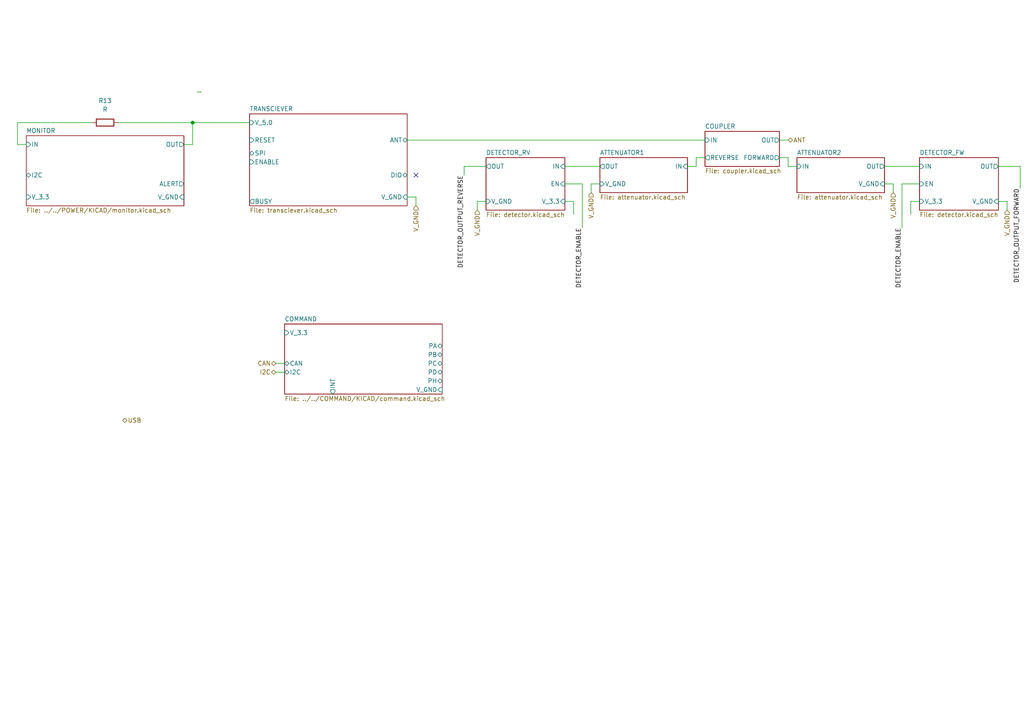
<source format=kicad_sch>
(kicad_sch (version 20231120) (generator "eeschema") (generator_version "8.0")
  (paper "A4")
  (lib_symbols
    (symbol "Device:R" (pin_numbers hide) (pin_names (offset 0))
      (property "Reference" "R" (at 2.032 0 90))
      (property "Value" "R" (at 0 0 90))
      (symbol "R_0_1"
        (rectangle (start -1.016 -2.54) (end 1.016 2.54) (stroke (width 0.254)))
      )
      (symbol "R_1_1"
        (pin passive line (at 0 3.81 270) (length 1.27) (name "~") (number "1"))
        (pin passive line (at 0 -3.81 90) (length 1.27) (name "~") (number "2"))
      )
    )
  )
  (junction (at 55.88 35.56))
  (no_connect (at 120.65 50.8))
  (wire (pts (xy 58.42 26.67) (xy 57.15 26.67)))
  (wire (pts (xy 53.34 41.91) (xy 55.88 41.91)))
  (wire (pts (xy 140.97 58.42) (xy 138.43 58.42)))
  (wire (pts (xy 55.88 35.56) (xy 34.29 35.56)))
  (wire (pts (xy 226.06 40.64) (xy 228.6 40.64)))
  (wire (pts (xy 295.91 54.61) (xy 295.91 48.26)))
  (wire (pts (xy 163.83 58.42) (xy 166.37 58.42)))
  (wire (pts (xy 201.93 45.72) (xy 204.47 45.72)))
  (wire (pts (xy 295.91 48.26) (xy 289.56 48.26)))
  (wire (pts (xy 259.08 55.88) (xy 259.08 53.34)))
  (wire (pts (xy 231.14 48.26) (xy 228.6 48.26)))
  (wire (pts (xy 134.62 50.8) (xy 134.62 48.26)))
  (wire (pts (xy 80.01 105.41) (xy 82.55 105.41)))
  (wire (pts (xy 173.99 53.34) (xy 171.45 53.34)))
  (wire (pts (xy 266.7 53.34) (xy 261.62 53.34)))
  (wire (pts (xy 26.67 35.56) (xy 5.08 35.56)))
  (wire (pts (xy 264.16 58.42) (xy 264.16 62.23)))
  (wire (pts (xy 120.65 59.69) (xy 120.65 57.15)))
  (wire (pts (xy 80.01 107.95) (xy 82.55 107.95)))
  (wire (pts (xy 55.88 41.91) (xy 55.88 35.56)))
  (wire (pts (xy 163.83 53.34) (xy 168.91 53.34)))
  (wire (pts (xy 266.7 48.26) (xy 256.54 48.26)))
  (wire (pts (xy 134.62 48.26) (xy 140.97 48.26)))
  (wire (pts (xy 168.91 53.34) (xy 168.91 66.04)))
  (wire (pts (xy 55.88 35.56) (xy 72.39 35.56)))
  (wire (pts (xy 266.7 58.42) (xy 264.16 58.42)))
  (wire (pts (xy 292.1 60.96) (xy 292.1 58.42)))
  (wire (pts (xy 166.37 58.42) (xy 166.37 62.23)))
  (wire (pts (xy 199.39 48.26) (xy 201.93 48.26)))
  (wire (pts (xy 5.08 41.91) (xy 7.62 41.91)))
  (wire (pts (xy 259.08 53.34) (xy 256.54 53.34)))
  (wire (pts (xy 201.93 48.26) (xy 201.93 45.72)))
  (wire (pts (xy 163.83 48.26) (xy 173.99 48.26)))
  (wire (pts (xy 228.6 48.26) (xy 228.6 45.72)))
  (wire (pts (xy 118.11 57.15) (xy 120.65 57.15)))
  (wire (pts (xy 138.43 60.96) (xy 138.43 58.42)))
  (wire (pts (xy 261.62 53.34) (xy 261.62 66.04)))
  (wire (pts (xy 118.11 40.64) (xy 204.47 40.64)))
  (wire (pts (xy 5.08 35.56) (xy 5.08 41.91)))
  (wire (pts (xy 226.06 45.72) (xy 228.6 45.72)))
  (wire (pts (xy 289.56 58.42) (xy 292.1 58.42)))
  (wire (pts (xy 171.45 55.88) (xy 171.45 53.34)))
  (label "DETECTOR_OUTPUT_REVERSE" (at 134.62 50.8 270))
  (label "DETECTOR_OUTPUT_FORWARD" (at 295.91 54.61 270))
  (label "DETECTOR_ENABLE" (at 168.91 66.04 270))
  (label "DETECTOR_ENABLE" (at 261.62 66.04 270))
  (hierarchical_label "I2C" (shape bidirectional) (at 80.01 107.95 180))
  (hierarchical_label "V_GND" (shape input) (at 259.08 55.88 270))
  (hierarchical_label "V_GND" (shape input) (at 138.43 60.96 270))
  (hierarchical_label "USB" (shape bidirectional) (at 35.56 121.92 0))
  (hierarchical_label "V_GND" (shape input) (at 120.65 59.69 270))
  (hierarchical_label "V_GND" (shape input) (at 171.45 55.88 270))
  (hierarchical_label "ANT" (shape bidirectional) (at 228.6 40.64 0))
  (hierarchical_label "V_GND" (shape input) (at 292.1 60.96 270))
  (hierarchical_label "CAN" (shape bidirectional) (at 80.01 105.41 180))
  (symbol (lib_id "Device:R") (at 30.48 35.56 90) (unit 1)
    (property "Reference" "R13" (at 30.48 29.21 90))
    (property "Value" "R" (at 30.48 31.75 90))
    (property "Description" "Resistor" (effects (hide yes)))
    (instances (project "communication" (path "" (reference "R13") (unit 1)) (path "" (reference "R17") (unit 1))))
  )
  (sheet (at 7.62 39.37) (size 45.72 20.32) (stroke (width 0.1524))
    (property "Sheetname" "MONITOR" (at 7.62 38.6584 0) (effects (justify left bottom)))
    (property "Sheetfile" "../../POWER/KICAD/monitor.kicad_sch" (at 7.62 60.2746 0) (effects (justify left top)))
    (pin "V_GND" input (at 53.34 57.15 0))
    (pin "ALERT" output (at 53.34 53.34 0))
    (pin "V_3.3" input (at 7.62 57.15 180))
    (pin "IN" input (at 7.62 41.91 180))
    (pin "I2C" bidirectional (at 7.62 50.8 180))
    (pin "OUT" output (at 53.34 41.91 0))
  )
  (sheet (at 140.97 45.72) (size 22.86 15.24) (stroke (width 0.1524))
    (property "Sheetname" "DETECTOR_RV" (at 140.97 45.0084 0) (effects (justify left bottom)))
    (property "Sheetfile" "detector.kicad_sch" (at 140.97 61.5446 0) (effects (justify left top)))
    (pin "V_GND" input (at 140.97 58.42 180))
    (pin "OUT" output (at 140.97 48.26 180))
    (pin "EN" input (at 163.83 53.34 0))
    (pin "IN" input (at 163.83 48.26 0))
    (pin "V_3.3" input (at 163.83 58.42 0))
  )
  (sheet (at 266.7 45.72) (size 22.86 15.24) (stroke (width 0.1524))
    (property "Sheetname" "DETECTOR_FW" (at 266.7 45.0084 0) (effects (justify left bottom)))
    (property "Sheetfile" "detector.kicad_sch" (at 266.7 61.5446 0) (effects (justify left top)))
    (pin "V_GND" input (at 289.56 58.42 0))
    (pin "OUT" output (at 289.56 48.26 0))
    (pin "EN" input (at 266.7 53.34 180))
    (pin "IN" input (at 266.7 48.26 180))
    (pin "V_3.3" input (at 266.7 58.42 180))
  )
  (sheet (at 173.99 45.72) (size 25.4 10.16) (stroke (width 0.1524))
    (property "Sheetname" "ATTENUATOR1" (at 173.99 45.0084 0) (effects (justify left bottom)))
    (property "Sheetfile" "attenuator.kicad_sch" (at 173.99 56.4646 0) (effects (justify left top)))
    (pin "V_GND" input (at 173.99 53.34 180))
    (pin "IN" input (at 199.39 48.26 0))
    (pin "OUT" output (at 173.99 48.26 180))
  )
  (sheet (at 82.55 93.98) (size 45.72 20.32) (stroke (width 0.1524))
    (property "Sheetname" "COMMAND" (at 82.55 93.2684 0) (effects (justify left bottom)))
    (property "Sheetfile" "../../COMMAND/KICAD/command.kicad_sch" (at 82.55 114.8846 0) (effects (justify left top)))
    (pin "PD" bidirectional (at 128.27 107.95 0))
    (pin "PC" bidirectional (at 128.27 105.41 0))
    (pin "PA" bidirectional (at 128.27 100.33 0))
    (pin "PH" bidirectional (at 128.27 110.49 0))
    (pin "PB" bidirectional (at 128.27 102.87 0))
    (pin "V_GND" input (at 128.27 113.03 0))
    (pin "V_3.3" input (at 82.55 96.52 180))
    (pin "I2C" bidirectional (at 82.55 107.95 180))
    (pin "INT" output (at 96.52 114.3 270))
    (pin "CAN" bidirectional (at 82.55 105.41 180))
  )
  (sheet (at 231.14 45.72) (size 25.4 10.16) (stroke (width 0.1524))
    (property "Sheetname" "ATTENUATOR2" (at 231.14 45.0084 0) (effects (justify left bottom)))
    (property "Sheetfile" "attenuator.kicad_sch" (at 231.14 56.4646 0) (effects (justify left top)))
    (pin "V_GND" input (at 256.54 53.34 0))
    (pin "IN" input (at 231.14 48.26 180))
    (pin "OUT" output (at 256.54 48.26 0))
  )
  (sheet (at 204.47 38.1) (size 21.59 10.16) (stroke (width 0.1524))
    (property "Sheetname" "COUPLER" (at 204.47 37.3884 0) (effects (justify left bottom)))
    (property "Sheetfile" "coupler.kicad_sch" (at 204.47 48.8446 0) (effects (justify left top)))
    (pin "IN" input (at 204.47 40.64 180))
    (pin "REVERSE" output (at 204.47 45.72 180))
    (pin "FORWARD" output (at 226.06 45.72 0))
    (pin "OUT" output (at 226.06 40.64 0))
  )
  (sheet (at 72.39 33.02) (size 45.72 26.67) (stroke (width 0.1524))
    (property "Sheetname" "TRANSCIEVER" (at 72.39 32.3084 0) (effects (justify left bottom)))
    (property "Sheetfile" "transciever.kicad_sch" (at 72.39 60.2746 0) (effects (justify left top)))
    (pin "BUSY" output (at 72.39 58.42 180))
    (pin "V_5.0" input (at 72.39 35.56 180))
    (pin "V_GND" input (at 118.11 57.15 0))
    (pin "ANT" bidirectional (at 118.11 40.64 0))
    (pin "RESET" input (at 72.39 40.64 180))
    (pin "DIO" bidirectional (at 118.11 50.8 0))
    (pin "ENABLE" input (at 72.39 46.99 180))
    (pin "SPI" bidirectional (at 72.39 44.45 180))
  )
)
</source>
